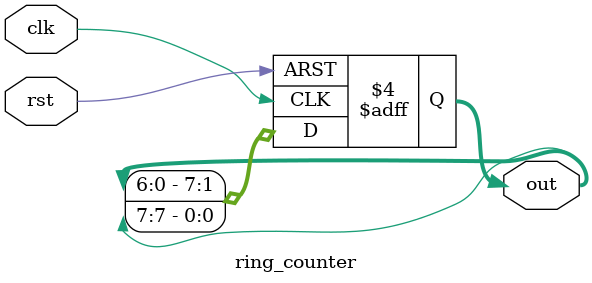
<source format=v>
module ring_counter(clk,rst,out);
    input clk;
    input rst;
    output reg [7:0] out;

    always@(posedge clk or posedge rst) begin 
        if(rst==1) begin
            out <= 8'b1000_0000;
        end
        else begin

	
            out    <= out<<1;
         out[0] <= out[7];
        end
    end
    
endmodule

</source>
